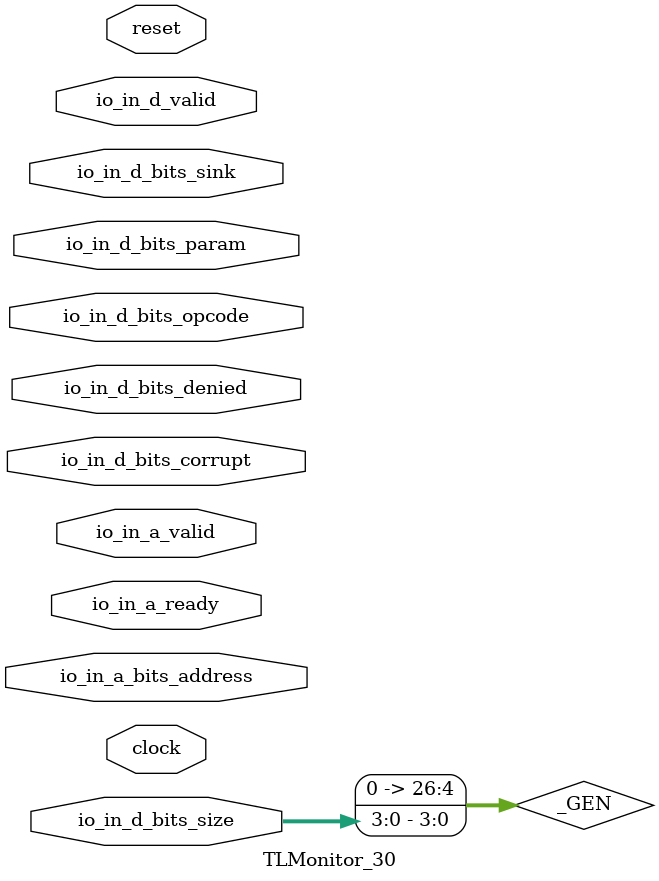
<source format=sv>
`ifndef RANDOMIZE
  `ifdef RANDOMIZE_REG_INIT
    `define RANDOMIZE
  `endif // RANDOMIZE_REG_INIT
`endif // not def RANDOMIZE
`ifndef RANDOMIZE
  `ifdef RANDOMIZE_MEM_INIT
    `define RANDOMIZE
  `endif // RANDOMIZE_MEM_INIT
`endif // not def RANDOMIZE

`ifndef RANDOM
  `define RANDOM $random
`endif // not def RANDOM

// Users can define 'PRINTF_COND' to add an extra gate to prints.
`ifndef PRINTF_COND_
  `ifdef PRINTF_COND
    `define PRINTF_COND_ (`PRINTF_COND)
  `else  // PRINTF_COND
    `define PRINTF_COND_ 1
  `endif // PRINTF_COND
`endif // not def PRINTF_COND_

// Users can define 'ASSERT_VERBOSE_COND' to add an extra gate to assert error printing.
`ifndef ASSERT_VERBOSE_COND_
  `ifdef ASSERT_VERBOSE_COND
    `define ASSERT_VERBOSE_COND_ (`ASSERT_VERBOSE_COND)
  `else  // ASSERT_VERBOSE_COND
    `define ASSERT_VERBOSE_COND_ 1
  `endif // ASSERT_VERBOSE_COND
`endif // not def ASSERT_VERBOSE_COND_

// Users can define 'STOP_COND' to add an extra gate to stop conditions.
`ifndef STOP_COND_
  `ifdef STOP_COND
    `define STOP_COND_ (`STOP_COND)
  `else  // STOP_COND
    `define STOP_COND_ 1
  `endif // STOP_COND
`endif // not def STOP_COND_

// Users can define INIT_RANDOM as general code that gets injected into the
// initializer block for modules with registers.
`ifndef INIT_RANDOM
  `define INIT_RANDOM
`endif // not def INIT_RANDOM

// If using random initialization, you can also define RANDOMIZE_DELAY to
// customize the delay used, otherwise 0.002 is used.
`ifndef RANDOMIZE_DELAY
  `define RANDOMIZE_DELAY 0.002
`endif // not def RANDOMIZE_DELAY

// Define INIT_RANDOM_PROLOG_ for use in our modules below.
`ifndef INIT_RANDOM_PROLOG_
  `ifdef RANDOMIZE
    `ifdef VERILATOR
      `define INIT_RANDOM_PROLOG_ `INIT_RANDOM
    `else  // VERILATOR
      `define INIT_RANDOM_PROLOG_ `INIT_RANDOM #`RANDOMIZE_DELAY begin end
    `endif // VERILATOR
  `else  // RANDOMIZE
    `define INIT_RANDOM_PROLOG_
  `endif // RANDOMIZE
`endif // not def INIT_RANDOM_PROLOG_

module TLMonitor_30(
  input        clock,
               reset,
               io_in_a_ready,
               io_in_a_valid,
  input [31:0] io_in_a_bits_address,
  input        io_in_d_valid,
  input [2:0]  io_in_d_bits_opcode,
  input [1:0]  io_in_d_bits_param,
  input [3:0]  io_in_d_bits_size,
  input        io_in_d_bits_sink,
               io_in_d_bits_denied,
               io_in_d_bits_corrupt
);

  wire [31:0] _plusarg_reader_1_out;	// @[PlusArg.scala:80:11]
  wire [31:0] _plusarg_reader_out;	// @[PlusArg.scala:80:11]
  wire        a_set = io_in_a_ready & io_in_a_valid;	// @[Decoupled.scala:51:35]
  reg  [9:0]  d_first_counter;	// @[Edges.scala:229:27]
  reg  [2:0]  opcode_1;	// @[Monitor.scala:535:22]
  reg  [1:0]  param_1;	// @[Monitor.scala:536:22]
  reg  [3:0]  size_1;	// @[Monitor.scala:537:22]
  reg         source_1;	// @[Monitor.scala:538:22]
  reg         sink;	// @[Monitor.scala:539:22]
  reg         denied;	// @[Monitor.scala:540:22]
  reg         inflight;	// @[Monitor.scala:611:27]
  reg  [3:0]  inflight_opcodes;	// @[Monitor.scala:613:35]
  reg  [7:0]  inflight_sizes;	// @[Monitor.scala:615:33]
  reg  [9:0]  d_first_counter_1;	// @[Edges.scala:229:27]
  wire        d_first_1 = d_first_counter_1 == 10'h0;	// @[Edges.scala:229:27, :231:25]
  wire        d_release_ack = io_in_d_bits_opcode == 3'h6;	// @[Monitor.scala:81:25, :670:46]
  reg  [31:0] watchdog;	// @[Monitor.scala:706:27]
  reg  [9:0]  d_first_counter_2;	// @[Edges.scala:229:27]
  wire        d_first_2 = d_first_counter_2 == 10'h0;	// @[Edges.scala:229:27, :231:25]
  wire [26:0] _GEN = {23'h0, io_in_d_bits_size};	// @[package.scala:235:71]
  wire [26:0] _d_first_beats1_decode_T_1 = 27'hFFF << _GEN;	// @[package.scala:235:71]
  wire [26:0] _d_first_beats1_decode_T_5 = 27'hFFF << _GEN;	// @[package.scala:235:71]
  wire [26:0] _d_first_beats1_decode_T_9 = 27'hFFF << _GEN;	// @[package.scala:235:71]
  wire        d_clr = io_in_d_valid & d_first_1 & ~d_release_ack;	// @[Edges.scala:231:25, Monitor.scala:670:46, :671:74, :675:72]
  wire        _T_1002 = io_in_d_valid & ~(|d_first_counter);	// @[Edges.scala:229:27, :231:25, Monitor.scala:549:20]
  always @(posedge clock) begin
    if (reset) begin
      d_first_counter <= 10'h0;	// @[Edges.scala:229:27]
      inflight <= 1'h0;	// @[Monitor.scala:611:27]
      inflight_opcodes <= 4'h0;	// @[Monitor.scala:138:25, :613:35, :657:77]
      inflight_sizes <= 8'h0;	// @[Monitor.scala:615:33, :745:35]
      d_first_counter_1 <= 10'h0;	// @[Edges.scala:229:27]
      watchdog <= 32'h0;	// @[Bundles.scala:259:74, Monitor.scala:706:27]
      d_first_counter_2 <= 10'h0;	// @[Edges.scala:229:27]
    end
    else begin
      if (io_in_d_valid) begin
        if (|d_first_counter)	// @[Edges.scala:229:27, :231:25]
          d_first_counter <= d_first_counter - 10'h1;	// @[Edges.scala:229:27, :230:28]
        else if (io_in_d_bits_opcode[0])	// @[Edges.scala:106:36]
          d_first_counter <= ~(_d_first_beats1_decode_T_1[11:2]);	// @[Edges.scala:229:27, package.scala:235:{46,71,76}]
        else	// @[Edges.scala:106:36]
          d_first_counter <= 10'h0;	// @[Edges.scala:229:27]
        if (d_first_1) begin	// @[Edges.scala:231:25]
          if (io_in_d_bits_opcode[0])	// @[Edges.scala:106:36]
            d_first_counter_1 <= ~(_d_first_beats1_decode_T_5[11:2]);	// @[Edges.scala:229:27, package.scala:235:{46,71,76}]
          else	// @[Edges.scala:106:36]
            d_first_counter_1 <= 10'h0;	// @[Edges.scala:229:27]
        end
        else	// @[Edges.scala:231:25]
          d_first_counter_1 <= d_first_counter_1 - 10'h1;	// @[Edges.scala:229:27, :230:28]
        if (d_first_2) begin	// @[Edges.scala:231:25]
          if (io_in_d_bits_opcode[0])	// @[Edges.scala:106:36]
            d_first_counter_2 <= ~(_d_first_beats1_decode_T_9[11:2]);	// @[Edges.scala:229:27, package.scala:235:{46,71,76}]
          else	// @[Edges.scala:106:36]
            d_first_counter_2 <= 10'h0;	// @[Edges.scala:229:27]
        end
        else	// @[Edges.scala:231:25]
          d_first_counter_2 <= d_first_counter_2 - 10'h1;	// @[Edges.scala:229:27, :230:28]
      end
      inflight <= (inflight | a_set) & ~d_clr;	// @[Decoupled.scala:51:35, Monitor.scala:611:27, :675:72, :702:{27,36,38}]
      inflight_opcodes <= (inflight_opcodes | (a_set ? 4'h9 : 4'h0)) & ~{4{d_clr}};	// @[Decoupled.scala:51:35, Monitor.scala:138:25, :613:35, :627:33, :652:72, :654:61, :656:28, :657:77, :665:33, :675:{72,91}, :677:21, :703:{43,60,62}]
      inflight_sizes <= (inflight_sizes | (a_set ? {3'h0, a_set ? 5'hD : 5'h0} : 8'h0)) & ~{8{d_clr}};	// @[Decoupled.scala:51:35, Monitor.scala:615:33, :629:31, :645:38, :652:72, :655:{28,59}, :657:28, :667:31, :675:{72,91}, :678:21, :704:{39,54,56}, :745:35]
      if (a_set | io_in_d_valid)	// @[Decoupled.scala:51:35, Monitor.scala:712:27]
        watchdog <= 32'h0;	// @[Bundles.scala:259:74, Monitor.scala:706:27]
      else	// @[Monitor.scala:712:27]
        watchdog <= watchdog + 32'h1;	// @[Monitor.scala:706:27, :711:26]
    end
    if (_T_1002) begin	// @[Monitor.scala:549:20]
      opcode_1 <= io_in_d_bits_opcode;	// @[Monitor.scala:535:22]
      param_1 <= io_in_d_bits_param;	// @[Monitor.scala:536:22]
      size_1 <= io_in_d_bits_size;	// @[Monitor.scala:537:22]
      sink <= io_in_d_bits_sink;	// @[Monitor.scala:539:22]
      denied <= io_in_d_bits_denied;	// @[Monitor.scala:540:22]
    end
    source_1 <= ~_T_1002 & source_1;	// @[Monitor.scala:538:22, :549:{20,32}, :553:15]
  end // always @(posedge)
  `ifndef SYNTHESIS
    wire  [7:0][2:0] _GEN_0 = '{3'h4, 3'h5, 3'h2, 3'h1, 3'h1, 3'h1, 3'h0, 3'h0};	// @[Monitor.scala:690:38]
    wire  [7:0][2:0] _GEN_1 = '{3'h4, 3'h4, 3'h2, 3'h1, 3'h1, 3'h1, 3'h0, 3'h0};	// @[Monitor.scala:689:38]
    wire             _GEN_2 = io_in_d_valid & io_in_d_bits_opcode == 3'h6;	// @[Monitor.scala:81:25, :310:{25,52}]
    wire             _GEN_3 = io_in_d_bits_size[3:1] == 3'h0;	// @[Monitor.scala:312:27]
    wire             _GEN_4 = io_in_d_valid & io_in_d_bits_opcode == 3'h4;	// @[Monitor.scala:318:{25,47}]
    wire             _GEN_5 = io_in_d_bits_param == 2'h2;	// @[Misc.scala:205:21, Monitor.scala:323:28]
    wire             _GEN_6 = io_in_d_valid & io_in_d_bits_opcode == 3'h5;	// @[Monitor.scala:146:25, :328:{25,51}]
    wire             _GEN_7 = io_in_d_valid & io_in_d_bits_opcode == 3'h0;	// @[Monitor.scala:338:{25,51}]
    wire             _GEN_8 = io_in_d_valid & io_in_d_bits_opcode == 3'h1;	// @[Monitor.scala:346:{25,55}, :686:39]
    wire             _GEN_9 = io_in_d_valid & io_in_d_bits_opcode == 3'h2;	// @[Monitor.scala:354:{25,49}, :640:42]
    wire             _T_976 = io_in_d_valid & (|d_first_counter);	// @[Edges.scala:229:27, :231:25, Monitor.scala:541:19]
    wire             _T_1055 = io_in_d_valid & d_first_1;	// @[Edges.scala:231:25, Monitor.scala:671:26]
    wire             _T_1026 = _T_1055 & ~d_release_ack;	// @[Monitor.scala:670:46, :671:{26,74}, :680:71]
    wire             _GEN_10 = _T_1026 & io_in_a_valid;	// @[Monitor.scala:680:71, :684:30]
    wire             _GEN_11 = _T_1026 & ~io_in_a_valid;	// @[Monitor.scala:680:71, :684:30]
    wire             _T_1112 = io_in_d_valid & d_first_2 & d_release_ack;	// @[Edges.scala:231:25, Monitor.scala:670:46, :791:71]
    always @(posedge clock) begin	// @[Monitor.scala:42:11]
      if (io_in_a_valid & ~reset & ~(io_in_a_bits_address[31:12] == 20'h3 | {io_in_a_bits_address[31:15], io_in_a_bits_address[13:12]} == 19'h0 | io_in_a_bits_address[31:16] == 16'h1 | {io_in_a_bits_address[31:17] ^ 15'h8, io_in_a_bits_address[15:12]} == 19'h0 | io_in_a_bits_address[31:16] == 16'h200 | io_in_a_bits_address[31:26] == 6'h3 | io_in_a_bits_address[31:12] == 20'h54000 | io_in_a_bits_address[31:14] == 18'h20000)) begin	// @[Monitor.scala:42:11, Parameters.scala:137:{31,45,65}, :673:26]
        if (`ASSERT_VERBOSE_COND_)	// @[Monitor.scala:42:11]
          $error("Assertion failed: 'A' channel carries Get type which slave claims it can't support (connected at Frontend.scala:386:21)\n    at Monitor.scala:42 assert(cond, message)\n");	// @[Monitor.scala:42:11]
        if (`STOP_COND_)	// @[Monitor.scala:42:11]
          $fatal;	// @[Monitor.scala:42:11]
      end
      if (io_in_a_valid & ~reset & (|(io_in_a_bits_address[5:0]))) begin	// @[Edges.scala:21:{16,24}, Monitor.scala:42:11]
        if (`ASSERT_VERBOSE_COND_)	// @[Monitor.scala:42:11]
          $error("Assertion failed: 'A' channel Get address not aligned to size (connected at Frontend.scala:386:21)\n    at Monitor.scala:42 assert(cond, message)\n");	// @[Monitor.scala:42:11]
        if (`STOP_COND_)	// @[Monitor.scala:42:11]
          $fatal;	// @[Monitor.scala:42:11]
      end
      if (io_in_d_valid & ~reset & (&io_in_d_bits_opcode)) begin	// @[Bundles.scala:45:24, Monitor.scala:49:11]
        if (`ASSERT_VERBOSE_COND_)	// @[Monitor.scala:49:11]
          $error("Assertion failed: 'D' channel has invalid opcode (connected at Frontend.scala:386:21)\n    at Monitor.scala:49 assert(cond, message)\n");	// @[Monitor.scala:49:11]
        if (`STOP_COND_)	// @[Monitor.scala:49:11]
          $fatal;	// @[Monitor.scala:49:11]
      end
      if (_GEN_2 & ~reset & _GEN_3) begin	// @[Monitor.scala:49:11, :310:52, :312:27]
        if (`ASSERT_VERBOSE_COND_)	// @[Monitor.scala:49:11]
          $error("Assertion failed: 'D' channel ReleaseAck smaller than a beat (connected at Frontend.scala:386:21)\n    at Monitor.scala:49 assert(cond, message)\n");	// @[Monitor.scala:49:11]
        if (`STOP_COND_)	// @[Monitor.scala:49:11]
          $fatal;	// @[Monitor.scala:49:11]
      end
      if (_GEN_2 & ~reset & (|io_in_d_bits_param)) begin	// @[Monitor.scala:49:11, :310:52, :313:28]
        if (`ASSERT_VERBOSE_COND_)	// @[Monitor.scala:49:11]
          $error("Assertion failed: 'D' channel ReleaseeAck carries invalid param (connected at Frontend.scala:386:21)\n    at Monitor.scala:49 assert(cond, message)\n");	// @[Monitor.scala:49:11]
        if (`STOP_COND_)	// @[Monitor.scala:49:11]
          $fatal;	// @[Monitor.scala:49:11]
      end
      if (_GEN_2 & ~reset & io_in_d_bits_corrupt) begin	// @[Monitor.scala:49:11, :310:52]
        if (`ASSERT_VERBOSE_COND_)	// @[Monitor.scala:49:11]
          $error("Assertion failed: 'D' channel ReleaseAck is corrupt (connected at Frontend.scala:386:21)\n    at Monitor.scala:49 assert(cond, message)\n");	// @[Monitor.scala:49:11]
        if (`STOP_COND_)	// @[Monitor.scala:49:11]
          $fatal;	// @[Monitor.scala:49:11]
      end
      if (_GEN_2 & ~reset & io_in_d_bits_denied) begin	// @[Monitor.scala:49:11, :310:52]
        if (`ASSERT_VERBOSE_COND_)	// @[Monitor.scala:49:11]
          $error("Assertion failed: 'D' channel ReleaseAck is denied (connected at Frontend.scala:386:21)\n    at Monitor.scala:49 assert(cond, message)\n");	// @[Monitor.scala:49:11]
        if (`STOP_COND_)	// @[Monitor.scala:49:11]
          $fatal;	// @[Monitor.scala:49:11]
      end
      if (_GEN_4 & ~reset) begin	// @[Monitor.scala:49:11, :318:47]
        if (`ASSERT_VERBOSE_COND_)	// @[Monitor.scala:49:11]
          $error("Assertion failed: 'D' channel Grant carries invalid sink ID (connected at Frontend.scala:386:21)\n    at Monitor.scala:49 assert(cond, message)\n");	// @[Monitor.scala:49:11]
        if (`STOP_COND_)	// @[Monitor.scala:49:11]
          $fatal;	// @[Monitor.scala:49:11]
      end
      if (_GEN_4 & ~reset & _GEN_3) begin	// @[Monitor.scala:49:11, :312:27, :318:47]
        if (`ASSERT_VERBOSE_COND_)	// @[Monitor.scala:49:11]
          $error("Assertion failed: 'D' channel Grant smaller than a beat (connected at Frontend.scala:386:21)\n    at Monitor.scala:49 assert(cond, message)\n");	// @[Monitor.scala:49:11]
        if (`STOP_COND_)	// @[Monitor.scala:49:11]
          $fatal;	// @[Monitor.scala:49:11]
      end
      if (_GEN_4 & ~reset & (&io_in_d_bits_param)) begin	// @[Bundles.scala:105:26, Monitor.scala:49:11, :318:47]
        if (`ASSERT_VERBOSE_COND_)	// @[Monitor.scala:49:11]
          $error("Assertion failed: 'D' channel Grant carries invalid cap param (connected at Frontend.scala:386:21)\n    at Monitor.scala:49 assert(cond, message)\n");	// @[Monitor.scala:49:11]
        if (`STOP_COND_)	// @[Monitor.scala:49:11]
          $fatal;	// @[Monitor.scala:49:11]
      end
      if (_GEN_4 & ~reset & _GEN_5) begin	// @[Monitor.scala:49:11, :318:47, :323:28]
        if (`ASSERT_VERBOSE_COND_)	// @[Monitor.scala:49:11]
          $error("Assertion failed: 'D' channel Grant carries toN param (connected at Frontend.scala:386:21)\n    at Monitor.scala:49 assert(cond, message)\n");	// @[Monitor.scala:49:11]
        if (`STOP_COND_)	// @[Monitor.scala:49:11]
          $fatal;	// @[Monitor.scala:49:11]
      end
      if (_GEN_4 & ~reset & io_in_d_bits_corrupt) begin	// @[Monitor.scala:49:11, :318:47]
        if (`ASSERT_VERBOSE_COND_)	// @[Monitor.scala:49:11]
          $error("Assertion failed: 'D' channel Grant is corrupt (connected at Frontend.scala:386:21)\n    at Monitor.scala:49 assert(cond, message)\n");	// @[Monitor.scala:49:11]
        if (`STOP_COND_)	// @[Monitor.scala:49:11]
          $fatal;	// @[Monitor.scala:49:11]
      end
      if (_GEN_6 & ~reset) begin	// @[Monitor.scala:49:11, :328:51]
        if (`ASSERT_VERBOSE_COND_)	// @[Monitor.scala:49:11]
          $error("Assertion failed: 'D' channel GrantData carries invalid sink ID (connected at Frontend.scala:386:21)\n    at Monitor.scala:49 assert(cond, message)\n");	// @[Monitor.scala:49:11]
        if (`STOP_COND_)	// @[Monitor.scala:49:11]
          $fatal;	// @[Monitor.scala:49:11]
      end
      if (_GEN_6 & ~reset & _GEN_3) begin	// @[Monitor.scala:49:11, :312:27, :328:51]
        if (`ASSERT_VERBOSE_COND_)	// @[Monitor.scala:49:11]
          $error("Assertion failed: 'D' channel GrantData smaller than a beat (connected at Frontend.scala:386:21)\n    at Monitor.scala:49 assert(cond, message)\n");	// @[Monitor.scala:49:11]
        if (`STOP_COND_)	// @[Monitor.scala:49:11]
          $fatal;	// @[Monitor.scala:49:11]
      end
      if (_GEN_6 & ~reset & (&io_in_d_bits_param)) begin	// @[Bundles.scala:105:26, Monitor.scala:49:11, :328:51]
        if (`ASSERT_VERBOSE_COND_)	// @[Monitor.scala:49:11]
          $error("Assertion failed: 'D' channel GrantData carries invalid cap param (connected at Frontend.scala:386:21)\n    at Monitor.scala:49 assert(cond, message)\n");	// @[Monitor.scala:49:11]
        if (`STOP_COND_)	// @[Monitor.scala:49:11]
          $fatal;	// @[Monitor.scala:49:11]
      end
      if (_GEN_6 & ~reset & _GEN_5) begin	// @[Monitor.scala:49:11, :323:28, :328:51]
        if (`ASSERT_VERBOSE_COND_)	// @[Monitor.scala:49:11]
          $error("Assertion failed: 'D' channel GrantData carries toN param (connected at Frontend.scala:386:21)\n    at Monitor.scala:49 assert(cond, message)\n");	// @[Monitor.scala:49:11]
        if (`STOP_COND_)	// @[Monitor.scala:49:11]
          $fatal;	// @[Monitor.scala:49:11]
      end
      if (_GEN_6 & ~reset & ~(~io_in_d_bits_denied | io_in_d_bits_corrupt)) begin	// @[Monitor.scala:49:11, :328:51, :334:{15,30}]
        if (`ASSERT_VERBOSE_COND_)	// @[Monitor.scala:49:11]
          $error("Assertion failed: 'D' channel GrantData is denied but not corrupt (connected at Frontend.scala:386:21)\n    at Monitor.scala:49 assert(cond, message)\n");	// @[Monitor.scala:49:11]
        if (`STOP_COND_)	// @[Monitor.scala:49:11]
          $fatal;	// @[Monitor.scala:49:11]
      end
      if (_GEN_7 & ~reset & (|io_in_d_bits_param)) begin	// @[Monitor.scala:49:11, :338:51, :341:28]
        if (`ASSERT_VERBOSE_COND_)	// @[Monitor.scala:49:11]
          $error("Assertion failed: 'D' channel AccessAck carries invalid param (connected at Frontend.scala:386:21)\n    at Monitor.scala:49 assert(cond, message)\n");	// @[Monitor.scala:49:11]
        if (`STOP_COND_)	// @[Monitor.scala:49:11]
          $fatal;	// @[Monitor.scala:49:11]
      end
      if (_GEN_7 & ~reset & io_in_d_bits_corrupt) begin	// @[Monitor.scala:49:11, :338:51]
        if (`ASSERT_VERBOSE_COND_)	// @[Monitor.scala:49:11]
          $error("Assertion failed: 'D' channel AccessAck is corrupt (connected at Frontend.scala:386:21)\n    at Monitor.scala:49 assert(cond, message)\n");	// @[Monitor.scala:49:11]
        if (`STOP_COND_)	// @[Monitor.scala:49:11]
          $fatal;	// @[Monitor.scala:49:11]
      end
      if (_GEN_8 & ~reset & (|io_in_d_bits_param)) begin	// @[Monitor.scala:49:11, :346:55, :349:28]
        if (`ASSERT_VERBOSE_COND_)	// @[Monitor.scala:49:11]
          $error("Assertion failed: 'D' channel AccessAckData carries invalid param (connected at Frontend.scala:386:21)\n    at Monitor.scala:49 assert(cond, message)\n");	// @[Monitor.scala:49:11]
        if (`STOP_COND_)	// @[Monitor.scala:49:11]
          $fatal;	// @[Monitor.scala:49:11]
      end
      if (_GEN_8 & ~reset & ~(~io_in_d_bits_denied | io_in_d_bits_corrupt)) begin	// @[Monitor.scala:49:11, :346:55, :350:{15,30}]
        if (`ASSERT_VERBOSE_COND_)	// @[Monitor.scala:49:11]
          $error("Assertion failed: 'D' channel AccessAckData is denied but not corrupt (connected at Frontend.scala:386:21)\n    at Monitor.scala:49 assert(cond, message)\n");	// @[Monitor.scala:49:11]
        if (`STOP_COND_)	// @[Monitor.scala:49:11]
          $fatal;	// @[Monitor.scala:49:11]
      end
      if (_GEN_9 & ~reset & (|io_in_d_bits_param)) begin	// @[Monitor.scala:49:11, :354:49, :357:28]
        if (`ASSERT_VERBOSE_COND_)	// @[Monitor.scala:49:11]
          $error("Assertion failed: 'D' channel HintAck carries invalid param (connected at Frontend.scala:386:21)\n    at Monitor.scala:49 assert(cond, message)\n");	// @[Monitor.scala:49:11]
        if (`STOP_COND_)	// @[Monitor.scala:49:11]
          $fatal;	// @[Monitor.scala:49:11]
      end
      if (_GEN_9 & ~reset & io_in_d_bits_corrupt) begin	// @[Monitor.scala:49:11, :354:49]
        if (`ASSERT_VERBOSE_COND_)	// @[Monitor.scala:49:11]
          $error("Assertion failed: 'D' channel HintAck is corrupt (connected at Frontend.scala:386:21)\n    at Monitor.scala:49 assert(cond, message)\n");	// @[Monitor.scala:49:11]
        if (`STOP_COND_)	// @[Monitor.scala:49:11]
          $fatal;	// @[Monitor.scala:49:11]
      end
      if (_T_976 & ~reset & io_in_d_bits_opcode != opcode_1) begin	// @[Monitor.scala:49:11, :535:22, :541:19, :542:29]
        if (`ASSERT_VERBOSE_COND_)	// @[Monitor.scala:49:11]
          $error("Assertion failed: 'D' channel opcode changed within multibeat operation (connected at Frontend.scala:386:21)\n    at Monitor.scala:49 assert(cond, message)\n");	// @[Monitor.scala:49:11]
        if (`STOP_COND_)	// @[Monitor.scala:49:11]
          $fatal;	// @[Monitor.scala:49:11]
      end
      if (_T_976 & ~reset & io_in_d_bits_param != param_1) begin	// @[Monitor.scala:49:11, :536:22, :541:19, :543:29]
        if (`ASSERT_VERBOSE_COND_)	// @[Monitor.scala:49:11]
          $error("Assertion failed: 'D' channel param changed within multibeat operation (connected at Frontend.scala:386:21)\n    at Monitor.scala:49 assert(cond, message)\n");	// @[Monitor.scala:49:11]
        if (`STOP_COND_)	// @[Monitor.scala:49:11]
          $fatal;	// @[Monitor.scala:49:11]
      end
      if (_T_976 & ~reset & io_in_d_bits_size != size_1) begin	// @[Monitor.scala:49:11, :537:22, :541:19, :544:29]
        if (`ASSERT_VERBOSE_COND_)	// @[Monitor.scala:49:11]
          $error("Assertion failed: 'D' channel size changed within multibeat operation (connected at Frontend.scala:386:21)\n    at Monitor.scala:49 assert(cond, message)\n");	// @[Monitor.scala:49:11]
        if (`STOP_COND_)	// @[Monitor.scala:49:11]
          $fatal;	// @[Monitor.scala:49:11]
      end
      if (_T_976 & ~reset & source_1) begin	// @[Monitor.scala:49:11, :538:22, :541:19]
        if (`ASSERT_VERBOSE_COND_)	// @[Monitor.scala:49:11]
          $error("Assertion failed: 'D' channel source changed within multibeat operation (connected at Frontend.scala:386:21)\n    at Monitor.scala:49 assert(cond, message)\n");	// @[Monitor.scala:49:11]
        if (`STOP_COND_)	// @[Monitor.scala:49:11]
          $fatal;	// @[Monitor.scala:49:11]
      end
      if (_T_976 & ~reset & io_in_d_bits_sink != sink) begin	// @[Monitor.scala:49:11, :539:22, :541:19, :546:29]
        if (`ASSERT_VERBOSE_COND_)	// @[Monitor.scala:49:11]
          $error("Assertion failed: 'D' channel sink changed with multibeat operation (connected at Frontend.scala:386:21)\n    at Monitor.scala:49 assert(cond, message)\n");	// @[Monitor.scala:49:11]
        if (`STOP_COND_)	// @[Monitor.scala:49:11]
          $fatal;	// @[Monitor.scala:49:11]
      end
      if (_T_976 & ~reset & io_in_d_bits_denied != denied) begin	// @[Monitor.scala:49:11, :540:22, :541:19, :547:29]
        if (`ASSERT_VERBOSE_COND_)	// @[Monitor.scala:49:11]
          $error("Assertion failed: 'D' channel denied changed with multibeat operation (connected at Frontend.scala:386:21)\n    at Monitor.scala:49 assert(cond, message)\n");	// @[Monitor.scala:49:11]
        if (`STOP_COND_)	// @[Monitor.scala:49:11]
          $fatal;	// @[Monitor.scala:49:11]
      end
      if (a_set & ~reset & inflight) begin	// @[Decoupled.scala:51:35, Monitor.scala:42:11, :611:27]
        if (`ASSERT_VERBOSE_COND_)	// @[Monitor.scala:42:11]
          $error("Assertion failed: 'A' channel re-used a source ID (connected at Frontend.scala:386:21)\n    at Monitor.scala:42 assert(cond, message)\n");	// @[Monitor.scala:42:11]
        if (`STOP_COND_)	// @[Monitor.scala:42:11]
          $fatal;	// @[Monitor.scala:42:11]
      end
      if (_T_1026 & ~reset & ~(inflight | io_in_a_valid)) begin	// @[Monitor.scala:49:11, :611:27, :680:71, :682:49]
        if (`ASSERT_VERBOSE_COND_)	// @[Monitor.scala:49:11]
          $error("Assertion failed: 'D' channel acknowledged for nothing inflight (connected at Frontend.scala:386:21)\n    at Monitor.scala:49 assert(cond, message)\n");	// @[Monitor.scala:49:11]
        if (`STOP_COND_)	// @[Monitor.scala:49:11]
          $fatal;	// @[Monitor.scala:49:11]
      end
      if (_GEN_10 & ~reset & ~(io_in_d_bits_opcode == 3'h1 | io_in_d_bits_opcode == 3'h1)) begin	// @[Monitor.scala:49:11, :684:30, :685:{38,77}, :686:39]
        if (`ASSERT_VERBOSE_COND_)	// @[Monitor.scala:49:11]
          $error("Assertion failed: 'D' channel contains improper opcode response (connected at Frontend.scala:386:21)\n    at Monitor.scala:49 assert(cond, message)\n");	// @[Monitor.scala:49:11]
        if (`STOP_COND_)	// @[Monitor.scala:49:11]
          $fatal;	// @[Monitor.scala:49:11]
      end
      if (_GEN_10 & ~reset & io_in_d_bits_size != 4'h6) begin	// @[Monitor.scala:49:11, :684:30, :687:36]
        if (`ASSERT_VERBOSE_COND_)	// @[Monitor.scala:49:11]
          $error("Assertion failed: 'D' channel contains improper response size (connected at Frontend.scala:386:21)\n    at Monitor.scala:49 assert(cond, message)\n");	// @[Monitor.scala:49:11]
        if (`STOP_COND_)	// @[Monitor.scala:49:11]
          $fatal;	// @[Monitor.scala:49:11]
      end
      if (_GEN_11 & ~reset & ~(io_in_d_bits_opcode == _GEN_1[inflight_opcodes[3:1]] | io_in_d_bits_opcode == _GEN_0[inflight_opcodes[3:1]])) begin	// @[Monitor.scala:42:11, :49:11, :613:35, :634:152, :684:30, :689:{38,72}, :690:38]
        if (`ASSERT_VERBOSE_COND_)	// @[Monitor.scala:49:11]
          $error("Assertion failed: 'D' channel contains improper opcode response (connected at Frontend.scala:386:21)\n    at Monitor.scala:49 assert(cond, message)\n");	// @[Monitor.scala:49:11]
        if (`STOP_COND_)	// @[Monitor.scala:49:11]
          $fatal;	// @[Monitor.scala:49:11]
      end
      if (_GEN_11 & ~reset & {4'h0, io_in_d_bits_size} != {1'h0, inflight_sizes[7:1]}) begin	// @[Monitor.scala:42:11, :49:11, :138:25, :615:33, :638:{19,144}, :657:77, :684:30, :691:36]
        if (`ASSERT_VERBOSE_COND_)	// @[Monitor.scala:49:11]
          $error("Assertion failed: 'D' channel contains improper response size (connected at Frontend.scala:386:21)\n    at Monitor.scala:49 assert(cond, message)\n");	// @[Monitor.scala:49:11]
        if (`STOP_COND_)	// @[Monitor.scala:49:11]
          $fatal;	// @[Monitor.scala:49:11]
      end
      if (_T_1055 & io_in_a_valid & ~d_release_ack & ~reset & ~io_in_a_ready) begin	// @[Monitor.scala:49:11, :670:46, :671:{26,74}]
        if (`ASSERT_VERBOSE_COND_)	// @[Monitor.scala:49:11]
          $error("Assertion failed: ready check\n    at Monitor.scala:49 assert(cond, message)\n");	// @[Monitor.scala:49:11]
        if (`STOP_COND_)	// @[Monitor.scala:49:11]
          $fatal;	// @[Monitor.scala:49:11]
      end
      if (~reset & ~(io_in_a_valid != (_T_1055 & ~d_release_ack) | ~io_in_a_valid)) begin	// @[Monitor.scala:49:11, :670:46, :671:{26,71,74}, :699:{29,48,51}]
        if (`ASSERT_VERBOSE_COND_)	// @[Monitor.scala:49:11]
          $error("Assertion failed: 'A' and 'D' concurrent, despite minlatency 4 (connected at Frontend.scala:386:21)\n    at Monitor.scala:49 assert(cond, message)\n");	// @[Monitor.scala:49:11]
        if (`STOP_COND_)	// @[Monitor.scala:49:11]
          $fatal;	// @[Monitor.scala:49:11]
      end
      if (~reset & ~(~inflight | _plusarg_reader_out == 32'h0 | watchdog < _plusarg_reader_out)) begin	// @[Bundles.scala:259:74, Monitor.scala:42:11, :611:27, :706:27, :709:{16,39,47,59}, PlusArg.scala:80:11]
        if (`ASSERT_VERBOSE_COND_)	// @[Monitor.scala:42:11]
          $error("Assertion failed: TileLink timeout expired (connected at Frontend.scala:386:21)\n    at Monitor.scala:42 assert(cond, message)\n");	// @[Monitor.scala:42:11]
        if (`STOP_COND_)	// @[Monitor.scala:42:11]
          $fatal;	// @[Monitor.scala:42:11]
      end
      if (_T_1112 & ~reset) begin	// @[Monitor.scala:49:11, :791:71]
        if (`ASSERT_VERBOSE_COND_)	// @[Monitor.scala:49:11]
          $error("Assertion failed: 'D' channel acknowledged for nothing inflight (connected at Frontend.scala:386:21)\n    at Monitor.scala:49 assert(cond, message)\n");	// @[Monitor.scala:49:11]
        if (`STOP_COND_)	// @[Monitor.scala:49:11]
          $fatal;	// @[Monitor.scala:49:11]
      end
      if (_T_1112 & ~reset & (|io_in_d_bits_size)) begin	// @[Monitor.scala:49:11, :791:71, :797:36]
        if (`ASSERT_VERBOSE_COND_)	// @[Monitor.scala:49:11]
          $error("Assertion failed: 'D' channel contains improper response size (connected at Frontend.scala:386:21)\n    at Monitor.scala:49 assert(cond, message)\n");	// @[Monitor.scala:49:11]
        if (`STOP_COND_)	// @[Monitor.scala:49:11]
          $fatal;	// @[Monitor.scala:49:11]
      end
    end // always @(posedge)
    `ifdef FIRRTL_BEFORE_INITIAL
      `FIRRTL_BEFORE_INITIAL
    `endif // FIRRTL_BEFORE_INITIAL
    logic [31:0]     _RANDOM_0;
    logic [31:0]     _RANDOM_1;
    logic [31:0]     _RANDOM_2;
    logic [31:0]     _RANDOM_3;
    logic [31:0]     _RANDOM_4;
    logic [31:0]     _RANDOM_5;
    initial begin
      `ifdef INIT_RANDOM_PROLOG_
        `INIT_RANDOM_PROLOG_
      `endif // INIT_RANDOM_PROLOG_
      `ifdef RANDOMIZE_REG_INIT
        _RANDOM_0 = `RANDOM;
        _RANDOM_1 = `RANDOM;
        _RANDOM_2 = `RANDOM;
        _RANDOM_3 = `RANDOM;
        _RANDOM_4 = `RANDOM;
        _RANDOM_5 = `RANDOM;
        d_first_counter = _RANDOM_1[30:21];	// @[Edges.scala:229:27]
        opcode_1 = {_RANDOM_1[31], _RANDOM_2[1:0]};	// @[Edges.scala:229:27, Monitor.scala:535:22]
        param_1 = _RANDOM_2[3:2];	// @[Monitor.scala:535:22, :536:22]
        size_1 = _RANDOM_2[7:4];	// @[Monitor.scala:535:22, :537:22]
        source_1 = _RANDOM_2[8];	// @[Monitor.scala:535:22, :538:22]
        sink = _RANDOM_2[9];	// @[Monitor.scala:535:22, :539:22]
        denied = _RANDOM_2[10];	// @[Monitor.scala:535:22, :540:22]
        inflight = _RANDOM_2[11];	// @[Monitor.scala:535:22, :611:27]
        inflight_opcodes = _RANDOM_2[15:12];	// @[Monitor.scala:535:22, :613:35]
        inflight_sizes = _RANDOM_2[23:16];	// @[Monitor.scala:535:22, :615:33]
        d_first_counter_1 = _RANDOM_3[11:2];	// @[Edges.scala:229:27]
        watchdog = {_RANDOM_3[31:12], _RANDOM_4[11:0]};	// @[Edges.scala:229:27, Monitor.scala:706:27]
        d_first_counter_2 = _RANDOM_5[12:3];	// @[Edges.scala:229:27]
      `endif // RANDOMIZE_REG_INIT
    end // initial
    `ifdef FIRRTL_AFTER_INITIAL
      `FIRRTL_AFTER_INITIAL
    `endif // FIRRTL_AFTER_INITIAL
  `endif // not def SYNTHESIS
  plusarg_reader #(
    .FORMAT("tilelink_timeout=%d"),
    .DEFAULT(0),
    .WIDTH(32)
  ) plusarg_reader (	// @[PlusArg.scala:80:11]
    .out (_plusarg_reader_out)
  );
  plusarg_reader #(
    .FORMAT("tilelink_timeout=%d"),
    .DEFAULT(0),
    .WIDTH(32)
  ) plusarg_reader_1 (	// @[PlusArg.scala:80:11]
    .out (_plusarg_reader_1_out)
  );
endmodule


</source>
